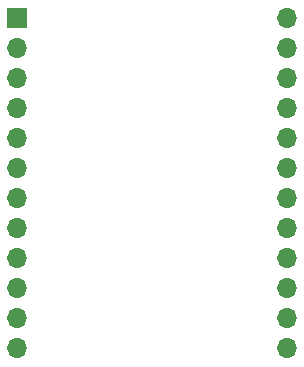
<source format=gbr>
%TF.GenerationSoftware,KiCad,Pcbnew,(5.1.9)-1*%
%TF.CreationDate,2021-12-13T23:40:31+01:00*%
%TF.ProjectId,e18sock,65313873-6f63-46b2-9e6b-696361645f70,rev?*%
%TF.SameCoordinates,Original*%
%TF.FileFunction,Copper,L2,Bot*%
%TF.FilePolarity,Positive*%
%FSLAX46Y46*%
G04 Gerber Fmt 4.6, Leading zero omitted, Abs format (unit mm)*
G04 Created by KiCad (PCBNEW (5.1.9)-1) date 2021-12-13 23:40:31*
%MOMM*%
%LPD*%
G01*
G04 APERTURE LIST*
%TA.AperFunction,ComponentPad*%
%ADD10O,1.700000X1.700000*%
%TD*%
%TA.AperFunction,ComponentPad*%
%ADD11R,1.700000X1.700000*%
%TD*%
G04 APERTURE END LIST*
D10*
%TO.P, ,12*%
%TO.N,N/C*%
X139700000Y-35560000D03*
%TO.P, ,11*%
X139700000Y-38100000D03*
%TO.P, ,10*%
X139700000Y-40640000D03*
%TO.P, ,9*%
X139700000Y-43180000D03*
%TO.P, ,8*%
X139700000Y-45720000D03*
%TO.P, ,7*%
X139700000Y-48260000D03*
%TO.P, ,6*%
X139700000Y-50800000D03*
%TO.P, ,5*%
X139700000Y-53340000D03*
%TO.P, ,4*%
X139700000Y-55880000D03*
%TO.P, ,3*%
X139700000Y-58420000D03*
%TO.P, ,2*%
X139700000Y-60960000D03*
%TO.P, ,1*%
X139700000Y-63500000D03*
%TD*%
D11*
%TO.P, ,12*%
%TO.N,N/C*%
X116840000Y-35560000D03*
D10*
%TO.P, ,11*%
X116840000Y-38100000D03*
%TO.P, ,10*%
X116840000Y-40640000D03*
%TO.P, ,9*%
X116840000Y-43180000D03*
%TO.P, ,8*%
X116840000Y-45720000D03*
%TO.P, ,7*%
X116840000Y-48260000D03*
%TO.P, ,6*%
X116840000Y-50800000D03*
%TO.P, ,5*%
X116840000Y-53340000D03*
%TO.P, ,4*%
X116840000Y-55880000D03*
%TO.P, ,3*%
X116840000Y-58420000D03*
%TO.P, ,2*%
X116840000Y-60960000D03*
%TO.P, ,1*%
X116840000Y-63500000D03*
%TD*%
M02*

</source>
